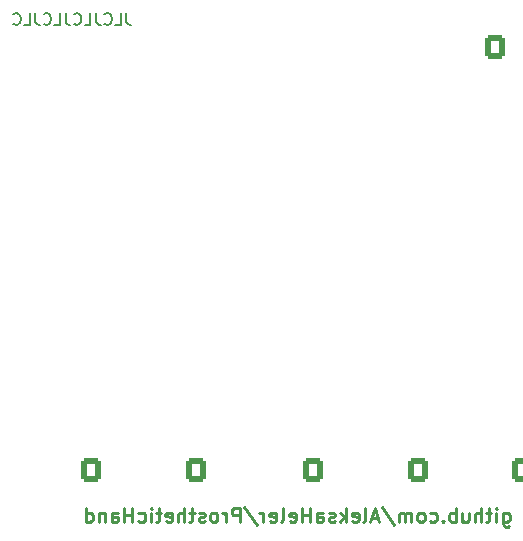
<source format=gbr>
%TF.GenerationSoftware,KiCad,Pcbnew,8.0.1*%
%TF.CreationDate,2024-05-02T18:59:49+02:00*%
%TF.ProjectId,OpenHand_v2,4f70656e-4861-46e6-945f-76322e6b6963,rev?*%
%TF.SameCoordinates,Original*%
%TF.FileFunction,Legend,Bot*%
%TF.FilePolarity,Positive*%
%FSLAX46Y46*%
G04 Gerber Fmt 4.6, Leading zero omitted, Abs format (unit mm)*
G04 Created by KiCad (PCBNEW 8.0.1) date 2024-05-02 18:59:49*
%MOMM*%
%LPD*%
G01*
G04 APERTURE LIST*
G04 Aperture macros list*
%AMRoundRect*
0 Rectangle with rounded corners*
0 $1 Rounding radius*
0 $2 $3 $4 $5 $6 $7 $8 $9 X,Y pos of 4 corners*
0 Add a 4 corners polygon primitive as box body*
4,1,4,$2,$3,$4,$5,$6,$7,$8,$9,$2,$3,0*
0 Add four circle primitives for the rounded corners*
1,1,$1+$1,$2,$3*
1,1,$1+$1,$4,$5*
1,1,$1+$1,$6,$7*
1,1,$1+$1,$8,$9*
0 Add four rect primitives between the rounded corners*
20,1,$1+$1,$2,$3,$4,$5,0*
20,1,$1+$1,$4,$5,$6,$7,0*
20,1,$1+$1,$6,$7,$8,$9,0*
20,1,$1+$1,$8,$9,$2,$3,0*%
G04 Aperture macros list end*
%ADD10C,0.220000*%
%ADD11C,0.150000*%
%ADD12C,0.800000*%
%ADD13C,6.400000*%
%ADD14RoundRect,0.250000X0.600000X0.750000X-0.600000X0.750000X-0.600000X-0.750000X0.600000X-0.750000X0*%
%ADD15O,1.700000X2.000000*%
%ADD16R,1.700000X1.700000*%
%ADD17O,1.700000X1.700000*%
%ADD18RoundRect,0.250000X-0.600000X-0.750000X0.600000X-0.750000X0.600000X0.750000X-0.600000X0.750000X0*%
%ADD19C,0.650000*%
%ADD20O,1.000000X2.100000*%
%ADD21O,1.000000X1.800000*%
G04 APERTURE END LIST*
D10*
X186399997Y-146643702D02*
X186399997Y-147615131D01*
X186399997Y-147615131D02*
X186457139Y-147729417D01*
X186457139Y-147729417D02*
X186514282Y-147786560D01*
X186514282Y-147786560D02*
X186628568Y-147843702D01*
X186628568Y-147843702D02*
X186799997Y-147843702D01*
X186799997Y-147843702D02*
X186914282Y-147786560D01*
X186399997Y-147386560D02*
X186514282Y-147443702D01*
X186514282Y-147443702D02*
X186742854Y-147443702D01*
X186742854Y-147443702D02*
X186857139Y-147386560D01*
X186857139Y-147386560D02*
X186914282Y-147329417D01*
X186914282Y-147329417D02*
X186971425Y-147215131D01*
X186971425Y-147215131D02*
X186971425Y-146872274D01*
X186971425Y-146872274D02*
X186914282Y-146757988D01*
X186914282Y-146757988D02*
X186857139Y-146700845D01*
X186857139Y-146700845D02*
X186742854Y-146643702D01*
X186742854Y-146643702D02*
X186514282Y-146643702D01*
X186514282Y-146643702D02*
X186399997Y-146700845D01*
X185828568Y-147443702D02*
X185828568Y-146643702D01*
X185828568Y-146243702D02*
X185885711Y-146300845D01*
X185885711Y-146300845D02*
X185828568Y-146357988D01*
X185828568Y-146357988D02*
X185771425Y-146300845D01*
X185771425Y-146300845D02*
X185828568Y-146243702D01*
X185828568Y-146243702D02*
X185828568Y-146357988D01*
X185428568Y-146643702D02*
X184971425Y-146643702D01*
X185257139Y-146243702D02*
X185257139Y-147272274D01*
X185257139Y-147272274D02*
X185199996Y-147386560D01*
X185199996Y-147386560D02*
X185085711Y-147443702D01*
X185085711Y-147443702D02*
X184971425Y-147443702D01*
X184571425Y-147443702D02*
X184571425Y-146243702D01*
X184057140Y-147443702D02*
X184057140Y-146815131D01*
X184057140Y-146815131D02*
X184114282Y-146700845D01*
X184114282Y-146700845D02*
X184228568Y-146643702D01*
X184228568Y-146643702D02*
X184399997Y-146643702D01*
X184399997Y-146643702D02*
X184514282Y-146700845D01*
X184514282Y-146700845D02*
X184571425Y-146757988D01*
X182971426Y-146643702D02*
X182971426Y-147443702D01*
X183485711Y-146643702D02*
X183485711Y-147272274D01*
X183485711Y-147272274D02*
X183428568Y-147386560D01*
X183428568Y-147386560D02*
X183314283Y-147443702D01*
X183314283Y-147443702D02*
X183142854Y-147443702D01*
X183142854Y-147443702D02*
X183028568Y-147386560D01*
X183028568Y-147386560D02*
X182971426Y-147329417D01*
X182399997Y-147443702D02*
X182399997Y-146243702D01*
X182399997Y-146700845D02*
X182285712Y-146643702D01*
X182285712Y-146643702D02*
X182057140Y-146643702D01*
X182057140Y-146643702D02*
X181942854Y-146700845D01*
X181942854Y-146700845D02*
X181885712Y-146757988D01*
X181885712Y-146757988D02*
X181828569Y-146872274D01*
X181828569Y-146872274D02*
X181828569Y-147215131D01*
X181828569Y-147215131D02*
X181885712Y-147329417D01*
X181885712Y-147329417D02*
X181942854Y-147386560D01*
X181942854Y-147386560D02*
X182057140Y-147443702D01*
X182057140Y-147443702D02*
X182285712Y-147443702D01*
X182285712Y-147443702D02*
X182399997Y-147386560D01*
X181314283Y-147329417D02*
X181257140Y-147386560D01*
X181257140Y-147386560D02*
X181314283Y-147443702D01*
X181314283Y-147443702D02*
X181371426Y-147386560D01*
X181371426Y-147386560D02*
X181314283Y-147329417D01*
X181314283Y-147329417D02*
X181314283Y-147443702D01*
X180228569Y-147386560D02*
X180342854Y-147443702D01*
X180342854Y-147443702D02*
X180571426Y-147443702D01*
X180571426Y-147443702D02*
X180685711Y-147386560D01*
X180685711Y-147386560D02*
X180742854Y-147329417D01*
X180742854Y-147329417D02*
X180799997Y-147215131D01*
X180799997Y-147215131D02*
X180799997Y-146872274D01*
X180799997Y-146872274D02*
X180742854Y-146757988D01*
X180742854Y-146757988D02*
X180685711Y-146700845D01*
X180685711Y-146700845D02*
X180571426Y-146643702D01*
X180571426Y-146643702D02*
X180342854Y-146643702D01*
X180342854Y-146643702D02*
X180228569Y-146700845D01*
X179542855Y-147443702D02*
X179657140Y-147386560D01*
X179657140Y-147386560D02*
X179714283Y-147329417D01*
X179714283Y-147329417D02*
X179771426Y-147215131D01*
X179771426Y-147215131D02*
X179771426Y-146872274D01*
X179771426Y-146872274D02*
X179714283Y-146757988D01*
X179714283Y-146757988D02*
X179657140Y-146700845D01*
X179657140Y-146700845D02*
X179542855Y-146643702D01*
X179542855Y-146643702D02*
X179371426Y-146643702D01*
X179371426Y-146643702D02*
X179257140Y-146700845D01*
X179257140Y-146700845D02*
X179199998Y-146757988D01*
X179199998Y-146757988D02*
X179142855Y-146872274D01*
X179142855Y-146872274D02*
X179142855Y-147215131D01*
X179142855Y-147215131D02*
X179199998Y-147329417D01*
X179199998Y-147329417D02*
X179257140Y-147386560D01*
X179257140Y-147386560D02*
X179371426Y-147443702D01*
X179371426Y-147443702D02*
X179542855Y-147443702D01*
X178628569Y-147443702D02*
X178628569Y-146643702D01*
X178628569Y-146757988D02*
X178571426Y-146700845D01*
X178571426Y-146700845D02*
X178457141Y-146643702D01*
X178457141Y-146643702D02*
X178285712Y-146643702D01*
X178285712Y-146643702D02*
X178171426Y-146700845D01*
X178171426Y-146700845D02*
X178114284Y-146815131D01*
X178114284Y-146815131D02*
X178114284Y-147443702D01*
X178114284Y-146815131D02*
X178057141Y-146700845D01*
X178057141Y-146700845D02*
X177942855Y-146643702D01*
X177942855Y-146643702D02*
X177771426Y-146643702D01*
X177771426Y-146643702D02*
X177657141Y-146700845D01*
X177657141Y-146700845D02*
X177599998Y-146815131D01*
X177599998Y-146815131D02*
X177599998Y-147443702D01*
X176171426Y-146186560D02*
X177199998Y-147729417D01*
X175828569Y-147100845D02*
X175257141Y-147100845D01*
X175942855Y-147443702D02*
X175542855Y-146243702D01*
X175542855Y-146243702D02*
X175142855Y-147443702D01*
X174571427Y-147443702D02*
X174685712Y-147386560D01*
X174685712Y-147386560D02*
X174742855Y-147272274D01*
X174742855Y-147272274D02*
X174742855Y-146243702D01*
X173657141Y-147386560D02*
X173771427Y-147443702D01*
X173771427Y-147443702D02*
X173999999Y-147443702D01*
X173999999Y-147443702D02*
X174114284Y-147386560D01*
X174114284Y-147386560D02*
X174171427Y-147272274D01*
X174171427Y-147272274D02*
X174171427Y-146815131D01*
X174171427Y-146815131D02*
X174114284Y-146700845D01*
X174114284Y-146700845D02*
X173999999Y-146643702D01*
X173999999Y-146643702D02*
X173771427Y-146643702D01*
X173771427Y-146643702D02*
X173657141Y-146700845D01*
X173657141Y-146700845D02*
X173599999Y-146815131D01*
X173599999Y-146815131D02*
X173599999Y-146929417D01*
X173599999Y-146929417D02*
X174171427Y-147043702D01*
X173085713Y-147443702D02*
X173085713Y-146243702D01*
X172971428Y-146986560D02*
X172628570Y-147443702D01*
X172628570Y-146643702D02*
X173085713Y-147100845D01*
X172171427Y-147386560D02*
X172057141Y-147443702D01*
X172057141Y-147443702D02*
X171828570Y-147443702D01*
X171828570Y-147443702D02*
X171714284Y-147386560D01*
X171714284Y-147386560D02*
X171657141Y-147272274D01*
X171657141Y-147272274D02*
X171657141Y-147215131D01*
X171657141Y-147215131D02*
X171714284Y-147100845D01*
X171714284Y-147100845D02*
X171828570Y-147043702D01*
X171828570Y-147043702D02*
X171999999Y-147043702D01*
X171999999Y-147043702D02*
X172114284Y-146986560D01*
X172114284Y-146986560D02*
X172171427Y-146872274D01*
X172171427Y-146872274D02*
X172171427Y-146815131D01*
X172171427Y-146815131D02*
X172114284Y-146700845D01*
X172114284Y-146700845D02*
X171999999Y-146643702D01*
X171999999Y-146643702D02*
X171828570Y-146643702D01*
X171828570Y-146643702D02*
X171714284Y-146700845D01*
X170628570Y-147443702D02*
X170628570Y-146815131D01*
X170628570Y-146815131D02*
X170685712Y-146700845D01*
X170685712Y-146700845D02*
X170799998Y-146643702D01*
X170799998Y-146643702D02*
X171028570Y-146643702D01*
X171028570Y-146643702D02*
X171142855Y-146700845D01*
X170628570Y-147386560D02*
X170742855Y-147443702D01*
X170742855Y-147443702D02*
X171028570Y-147443702D01*
X171028570Y-147443702D02*
X171142855Y-147386560D01*
X171142855Y-147386560D02*
X171199998Y-147272274D01*
X171199998Y-147272274D02*
X171199998Y-147157988D01*
X171199998Y-147157988D02*
X171142855Y-147043702D01*
X171142855Y-147043702D02*
X171028570Y-146986560D01*
X171028570Y-146986560D02*
X170742855Y-146986560D01*
X170742855Y-146986560D02*
X170628570Y-146929417D01*
X170057141Y-147443702D02*
X170057141Y-146243702D01*
X170057141Y-146815131D02*
X169371427Y-146815131D01*
X169371427Y-147443702D02*
X169371427Y-146243702D01*
X168342855Y-147386560D02*
X168457141Y-147443702D01*
X168457141Y-147443702D02*
X168685713Y-147443702D01*
X168685713Y-147443702D02*
X168799998Y-147386560D01*
X168799998Y-147386560D02*
X168857141Y-147272274D01*
X168857141Y-147272274D02*
X168857141Y-146815131D01*
X168857141Y-146815131D02*
X168799998Y-146700845D01*
X168799998Y-146700845D02*
X168685713Y-146643702D01*
X168685713Y-146643702D02*
X168457141Y-146643702D01*
X168457141Y-146643702D02*
X168342855Y-146700845D01*
X168342855Y-146700845D02*
X168285713Y-146815131D01*
X168285713Y-146815131D02*
X168285713Y-146929417D01*
X168285713Y-146929417D02*
X168857141Y-147043702D01*
X167599999Y-147443702D02*
X167714284Y-147386560D01*
X167714284Y-147386560D02*
X167771427Y-147272274D01*
X167771427Y-147272274D02*
X167771427Y-146243702D01*
X166685713Y-147386560D02*
X166799999Y-147443702D01*
X166799999Y-147443702D02*
X167028571Y-147443702D01*
X167028571Y-147443702D02*
X167142856Y-147386560D01*
X167142856Y-147386560D02*
X167199999Y-147272274D01*
X167199999Y-147272274D02*
X167199999Y-146815131D01*
X167199999Y-146815131D02*
X167142856Y-146700845D01*
X167142856Y-146700845D02*
X167028571Y-146643702D01*
X167028571Y-146643702D02*
X166799999Y-146643702D01*
X166799999Y-146643702D02*
X166685713Y-146700845D01*
X166685713Y-146700845D02*
X166628571Y-146815131D01*
X166628571Y-146815131D02*
X166628571Y-146929417D01*
X166628571Y-146929417D02*
X167199999Y-147043702D01*
X166114285Y-147443702D02*
X166114285Y-146643702D01*
X166114285Y-146872274D02*
X166057142Y-146757988D01*
X166057142Y-146757988D02*
X166000000Y-146700845D01*
X166000000Y-146700845D02*
X165885714Y-146643702D01*
X165885714Y-146643702D02*
X165771428Y-146643702D01*
X164514285Y-146186560D02*
X165542857Y-147729417D01*
X164114285Y-147443702D02*
X164114285Y-146243702D01*
X164114285Y-146243702D02*
X163657142Y-146243702D01*
X163657142Y-146243702D02*
X163542857Y-146300845D01*
X163542857Y-146300845D02*
X163485714Y-146357988D01*
X163485714Y-146357988D02*
X163428571Y-146472274D01*
X163428571Y-146472274D02*
X163428571Y-146643702D01*
X163428571Y-146643702D02*
X163485714Y-146757988D01*
X163485714Y-146757988D02*
X163542857Y-146815131D01*
X163542857Y-146815131D02*
X163657142Y-146872274D01*
X163657142Y-146872274D02*
X164114285Y-146872274D01*
X162914285Y-147443702D02*
X162914285Y-146643702D01*
X162914285Y-146872274D02*
X162857142Y-146757988D01*
X162857142Y-146757988D02*
X162800000Y-146700845D01*
X162800000Y-146700845D02*
X162685714Y-146643702D01*
X162685714Y-146643702D02*
X162571428Y-146643702D01*
X162000000Y-147443702D02*
X162114285Y-147386560D01*
X162114285Y-147386560D02*
X162171428Y-147329417D01*
X162171428Y-147329417D02*
X162228571Y-147215131D01*
X162228571Y-147215131D02*
X162228571Y-146872274D01*
X162228571Y-146872274D02*
X162171428Y-146757988D01*
X162171428Y-146757988D02*
X162114285Y-146700845D01*
X162114285Y-146700845D02*
X162000000Y-146643702D01*
X162000000Y-146643702D02*
X161828571Y-146643702D01*
X161828571Y-146643702D02*
X161714285Y-146700845D01*
X161714285Y-146700845D02*
X161657143Y-146757988D01*
X161657143Y-146757988D02*
X161600000Y-146872274D01*
X161600000Y-146872274D02*
X161600000Y-147215131D01*
X161600000Y-147215131D02*
X161657143Y-147329417D01*
X161657143Y-147329417D02*
X161714285Y-147386560D01*
X161714285Y-147386560D02*
X161828571Y-147443702D01*
X161828571Y-147443702D02*
X162000000Y-147443702D01*
X161142857Y-147386560D02*
X161028571Y-147443702D01*
X161028571Y-147443702D02*
X160800000Y-147443702D01*
X160800000Y-147443702D02*
X160685714Y-147386560D01*
X160685714Y-147386560D02*
X160628571Y-147272274D01*
X160628571Y-147272274D02*
X160628571Y-147215131D01*
X160628571Y-147215131D02*
X160685714Y-147100845D01*
X160685714Y-147100845D02*
X160800000Y-147043702D01*
X160800000Y-147043702D02*
X160971429Y-147043702D01*
X160971429Y-147043702D02*
X161085714Y-146986560D01*
X161085714Y-146986560D02*
X161142857Y-146872274D01*
X161142857Y-146872274D02*
X161142857Y-146815131D01*
X161142857Y-146815131D02*
X161085714Y-146700845D01*
X161085714Y-146700845D02*
X160971429Y-146643702D01*
X160971429Y-146643702D02*
X160800000Y-146643702D01*
X160800000Y-146643702D02*
X160685714Y-146700845D01*
X160285714Y-146643702D02*
X159828571Y-146643702D01*
X160114285Y-146243702D02*
X160114285Y-147272274D01*
X160114285Y-147272274D02*
X160057142Y-147386560D01*
X160057142Y-147386560D02*
X159942857Y-147443702D01*
X159942857Y-147443702D02*
X159828571Y-147443702D01*
X159428571Y-147443702D02*
X159428571Y-146243702D01*
X158914286Y-147443702D02*
X158914286Y-146815131D01*
X158914286Y-146815131D02*
X158971428Y-146700845D01*
X158971428Y-146700845D02*
X159085714Y-146643702D01*
X159085714Y-146643702D02*
X159257143Y-146643702D01*
X159257143Y-146643702D02*
X159371428Y-146700845D01*
X159371428Y-146700845D02*
X159428571Y-146757988D01*
X157885714Y-147386560D02*
X158000000Y-147443702D01*
X158000000Y-147443702D02*
X158228572Y-147443702D01*
X158228572Y-147443702D02*
X158342857Y-147386560D01*
X158342857Y-147386560D02*
X158400000Y-147272274D01*
X158400000Y-147272274D02*
X158400000Y-146815131D01*
X158400000Y-146815131D02*
X158342857Y-146700845D01*
X158342857Y-146700845D02*
X158228572Y-146643702D01*
X158228572Y-146643702D02*
X158000000Y-146643702D01*
X158000000Y-146643702D02*
X157885714Y-146700845D01*
X157885714Y-146700845D02*
X157828572Y-146815131D01*
X157828572Y-146815131D02*
X157828572Y-146929417D01*
X157828572Y-146929417D02*
X158400000Y-147043702D01*
X157485715Y-146643702D02*
X157028572Y-146643702D01*
X157314286Y-146243702D02*
X157314286Y-147272274D01*
X157314286Y-147272274D02*
X157257143Y-147386560D01*
X157257143Y-147386560D02*
X157142858Y-147443702D01*
X157142858Y-147443702D02*
X157028572Y-147443702D01*
X156628572Y-147443702D02*
X156628572Y-146643702D01*
X156628572Y-146243702D02*
X156685715Y-146300845D01*
X156685715Y-146300845D02*
X156628572Y-146357988D01*
X156628572Y-146357988D02*
X156571429Y-146300845D01*
X156571429Y-146300845D02*
X156628572Y-146243702D01*
X156628572Y-146243702D02*
X156628572Y-146357988D01*
X155542858Y-147386560D02*
X155657143Y-147443702D01*
X155657143Y-147443702D02*
X155885715Y-147443702D01*
X155885715Y-147443702D02*
X156000000Y-147386560D01*
X156000000Y-147386560D02*
X156057143Y-147329417D01*
X156057143Y-147329417D02*
X156114286Y-147215131D01*
X156114286Y-147215131D02*
X156114286Y-146872274D01*
X156114286Y-146872274D02*
X156057143Y-146757988D01*
X156057143Y-146757988D02*
X156000000Y-146700845D01*
X156000000Y-146700845D02*
X155885715Y-146643702D01*
X155885715Y-146643702D02*
X155657143Y-146643702D01*
X155657143Y-146643702D02*
X155542858Y-146700845D01*
X155028572Y-147443702D02*
X155028572Y-146243702D01*
X155028572Y-146815131D02*
X154342858Y-146815131D01*
X154342858Y-147443702D02*
X154342858Y-146243702D01*
X153257144Y-147443702D02*
X153257144Y-146815131D01*
X153257144Y-146815131D02*
X153314286Y-146700845D01*
X153314286Y-146700845D02*
X153428572Y-146643702D01*
X153428572Y-146643702D02*
X153657144Y-146643702D01*
X153657144Y-146643702D02*
X153771429Y-146700845D01*
X153257144Y-147386560D02*
X153371429Y-147443702D01*
X153371429Y-147443702D02*
X153657144Y-147443702D01*
X153657144Y-147443702D02*
X153771429Y-147386560D01*
X153771429Y-147386560D02*
X153828572Y-147272274D01*
X153828572Y-147272274D02*
X153828572Y-147157988D01*
X153828572Y-147157988D02*
X153771429Y-147043702D01*
X153771429Y-147043702D02*
X153657144Y-146986560D01*
X153657144Y-146986560D02*
X153371429Y-146986560D01*
X153371429Y-146986560D02*
X153257144Y-146929417D01*
X152685715Y-146643702D02*
X152685715Y-147443702D01*
X152685715Y-146757988D02*
X152628572Y-146700845D01*
X152628572Y-146700845D02*
X152514287Y-146643702D01*
X152514287Y-146643702D02*
X152342858Y-146643702D01*
X152342858Y-146643702D02*
X152228572Y-146700845D01*
X152228572Y-146700845D02*
X152171430Y-146815131D01*
X152171430Y-146815131D02*
X152171430Y-147443702D01*
X151085716Y-147443702D02*
X151085716Y-146243702D01*
X151085716Y-147386560D02*
X151200001Y-147443702D01*
X151200001Y-147443702D02*
X151428573Y-147443702D01*
X151428573Y-147443702D02*
X151542858Y-147386560D01*
X151542858Y-147386560D02*
X151600001Y-147329417D01*
X151600001Y-147329417D02*
X151657144Y-147215131D01*
X151657144Y-147215131D02*
X151657144Y-146872274D01*
X151657144Y-146872274D02*
X151600001Y-146757988D01*
X151600001Y-146757988D02*
X151542858Y-146700845D01*
X151542858Y-146700845D02*
X151428573Y-146643702D01*
X151428573Y-146643702D02*
X151200001Y-146643702D01*
X151200001Y-146643702D02*
X151085716Y-146700845D01*
D11*
X154519048Y-104354819D02*
X154519048Y-105069104D01*
X154519048Y-105069104D02*
X154566667Y-105211961D01*
X154566667Y-105211961D02*
X154661905Y-105307200D01*
X154661905Y-105307200D02*
X154804762Y-105354819D01*
X154804762Y-105354819D02*
X154900000Y-105354819D01*
X153566667Y-105354819D02*
X154042857Y-105354819D01*
X154042857Y-105354819D02*
X154042857Y-104354819D01*
X152661905Y-105259580D02*
X152709524Y-105307200D01*
X152709524Y-105307200D02*
X152852381Y-105354819D01*
X152852381Y-105354819D02*
X152947619Y-105354819D01*
X152947619Y-105354819D02*
X153090476Y-105307200D01*
X153090476Y-105307200D02*
X153185714Y-105211961D01*
X153185714Y-105211961D02*
X153233333Y-105116723D01*
X153233333Y-105116723D02*
X153280952Y-104926247D01*
X153280952Y-104926247D02*
X153280952Y-104783390D01*
X153280952Y-104783390D02*
X153233333Y-104592914D01*
X153233333Y-104592914D02*
X153185714Y-104497676D01*
X153185714Y-104497676D02*
X153090476Y-104402438D01*
X153090476Y-104402438D02*
X152947619Y-104354819D01*
X152947619Y-104354819D02*
X152852381Y-104354819D01*
X152852381Y-104354819D02*
X152709524Y-104402438D01*
X152709524Y-104402438D02*
X152661905Y-104450057D01*
X151947619Y-104354819D02*
X151947619Y-105069104D01*
X151947619Y-105069104D02*
X151995238Y-105211961D01*
X151995238Y-105211961D02*
X152090476Y-105307200D01*
X152090476Y-105307200D02*
X152233333Y-105354819D01*
X152233333Y-105354819D02*
X152328571Y-105354819D01*
X150995238Y-105354819D02*
X151471428Y-105354819D01*
X151471428Y-105354819D02*
X151471428Y-104354819D01*
X150090476Y-105259580D02*
X150138095Y-105307200D01*
X150138095Y-105307200D02*
X150280952Y-105354819D01*
X150280952Y-105354819D02*
X150376190Y-105354819D01*
X150376190Y-105354819D02*
X150519047Y-105307200D01*
X150519047Y-105307200D02*
X150614285Y-105211961D01*
X150614285Y-105211961D02*
X150661904Y-105116723D01*
X150661904Y-105116723D02*
X150709523Y-104926247D01*
X150709523Y-104926247D02*
X150709523Y-104783390D01*
X150709523Y-104783390D02*
X150661904Y-104592914D01*
X150661904Y-104592914D02*
X150614285Y-104497676D01*
X150614285Y-104497676D02*
X150519047Y-104402438D01*
X150519047Y-104402438D02*
X150376190Y-104354819D01*
X150376190Y-104354819D02*
X150280952Y-104354819D01*
X150280952Y-104354819D02*
X150138095Y-104402438D01*
X150138095Y-104402438D02*
X150090476Y-104450057D01*
X149376190Y-104354819D02*
X149376190Y-105069104D01*
X149376190Y-105069104D02*
X149423809Y-105211961D01*
X149423809Y-105211961D02*
X149519047Y-105307200D01*
X149519047Y-105307200D02*
X149661904Y-105354819D01*
X149661904Y-105354819D02*
X149757142Y-105354819D01*
X148423809Y-105354819D02*
X148899999Y-105354819D01*
X148899999Y-105354819D02*
X148899999Y-104354819D01*
X147519047Y-105259580D02*
X147566666Y-105307200D01*
X147566666Y-105307200D02*
X147709523Y-105354819D01*
X147709523Y-105354819D02*
X147804761Y-105354819D01*
X147804761Y-105354819D02*
X147947618Y-105307200D01*
X147947618Y-105307200D02*
X148042856Y-105211961D01*
X148042856Y-105211961D02*
X148090475Y-105116723D01*
X148090475Y-105116723D02*
X148138094Y-104926247D01*
X148138094Y-104926247D02*
X148138094Y-104783390D01*
X148138094Y-104783390D02*
X148090475Y-104592914D01*
X148090475Y-104592914D02*
X148042856Y-104497676D01*
X148042856Y-104497676D02*
X147947618Y-104402438D01*
X147947618Y-104402438D02*
X147804761Y-104354819D01*
X147804761Y-104354819D02*
X147709523Y-104354819D01*
X147709523Y-104354819D02*
X147566666Y-104402438D01*
X147566666Y-104402438D02*
X147519047Y-104450057D01*
X146804761Y-104354819D02*
X146804761Y-105069104D01*
X146804761Y-105069104D02*
X146852380Y-105211961D01*
X146852380Y-105211961D02*
X146947618Y-105307200D01*
X146947618Y-105307200D02*
X147090475Y-105354819D01*
X147090475Y-105354819D02*
X147185713Y-105354819D01*
X145852380Y-105354819D02*
X146328570Y-105354819D01*
X146328570Y-105354819D02*
X146328570Y-104354819D01*
X144947618Y-105259580D02*
X144995237Y-105307200D01*
X144995237Y-105307200D02*
X145138094Y-105354819D01*
X145138094Y-105354819D02*
X145233332Y-105354819D01*
X145233332Y-105354819D02*
X145376189Y-105307200D01*
X145376189Y-105307200D02*
X145471427Y-105211961D01*
X145471427Y-105211961D02*
X145519046Y-105116723D01*
X145519046Y-105116723D02*
X145566665Y-104926247D01*
X145566665Y-104926247D02*
X145566665Y-104783390D01*
X145566665Y-104783390D02*
X145519046Y-104592914D01*
X145519046Y-104592914D02*
X145471427Y-104497676D01*
X145471427Y-104497676D02*
X145376189Y-104402438D01*
X145376189Y-104402438D02*
X145233332Y-104354819D01*
X145233332Y-104354819D02*
X145138094Y-104354819D01*
X145138094Y-104354819D02*
X144995237Y-104402438D01*
X144995237Y-104402438D02*
X144947618Y-104450057D01*
%LPC*%
D12*
%TO.C,H4*%
X192600000Y-145000000D03*
X193302944Y-143302944D03*
X193302944Y-146697056D03*
X195000000Y-142600000D03*
D13*
X195000000Y-145000000D03*
D12*
X195000000Y-147400000D03*
X196697056Y-143302944D03*
X196697056Y-146697056D03*
X197400000Y-145000000D03*
%TD*%
D14*
%TO.C,J1*%
X170350000Y-143035000D03*
D15*
X167850000Y-143035000D03*
%TD*%
D12*
%TO.C,H1*%
X102600000Y-105000000D03*
X103302944Y-103302944D03*
X103302944Y-106697056D03*
X105000000Y-102600000D03*
D13*
X105000000Y-105000000D03*
D12*
X105000000Y-107400000D03*
X106697056Y-103302944D03*
X106697056Y-106697056D03*
X107400000Y-105000000D03*
%TD*%
D16*
%TO.C,J13*%
X142500000Y-143000000D03*
D17*
X142500000Y-145540000D03*
X142500000Y-148080000D03*
%TD*%
D14*
%TO.C,J7*%
X151550000Y-143067500D03*
D15*
X149050000Y-143067500D03*
%TD*%
D16*
%TO.C,J12*%
X140530000Y-102000000D03*
D17*
X137990000Y-102000000D03*
X135450000Y-102000000D03*
X132910000Y-102000000D03*
%TD*%
D16*
%TO.C,J11*%
X102300000Y-126700000D03*
D17*
X102300000Y-129240000D03*
X102300000Y-131780000D03*
%TD*%
D16*
%TO.C,J4*%
X132340000Y-143000000D03*
D17*
X132340000Y-145540000D03*
X132340000Y-148080000D03*
%TD*%
D18*
%TO.C,J3*%
X185750000Y-107232500D03*
D15*
X188250000Y-107232500D03*
%TD*%
D12*
%TO.C,H3*%
X102600000Y-145000000D03*
X103302944Y-143302944D03*
X103302944Y-146697056D03*
X105000000Y-142600000D03*
D13*
X105000000Y-145000000D03*
D12*
X105000000Y-147400000D03*
X106697056Y-143302944D03*
X106697056Y-146697056D03*
X107400000Y-145000000D03*
%TD*%
D16*
%TO.C,J9*%
X137420000Y-143000000D03*
D17*
X137420000Y-145540000D03*
X137420000Y-148080000D03*
%TD*%
D19*
%TO.C,J5*%
X152890000Y-106605000D03*
X147110000Y-106605000D03*
D20*
X154320000Y-107125000D03*
D21*
X154320000Y-102925000D03*
D20*
X145680000Y-107125000D03*
D21*
X145680000Y-102925000D03*
%TD*%
D14*
%TO.C,J2*%
X179200000Y-143035000D03*
D15*
X176700000Y-143035000D03*
%TD*%
D16*
%TO.C,J8*%
X102300000Y-116945000D03*
D17*
X102300000Y-119485000D03*
X102300000Y-122025000D03*
%TD*%
D14*
%TO.C,J6*%
X188050000Y-143035000D03*
D15*
X185550000Y-143035000D03*
%TD*%
D12*
%TO.C,H2*%
X192600000Y-105000000D03*
X193302944Y-103302944D03*
X193302944Y-106697056D03*
X195000000Y-102600000D03*
D13*
X195000000Y-105000000D03*
D12*
X195000000Y-107400000D03*
X196697056Y-103302944D03*
X196697056Y-106697056D03*
X197400000Y-105000000D03*
%TD*%
D14*
%TO.C,J10*%
X160400000Y-143035000D03*
D15*
X157900000Y-143035000D03*
%TD*%
%LPD*%
M02*

</source>
